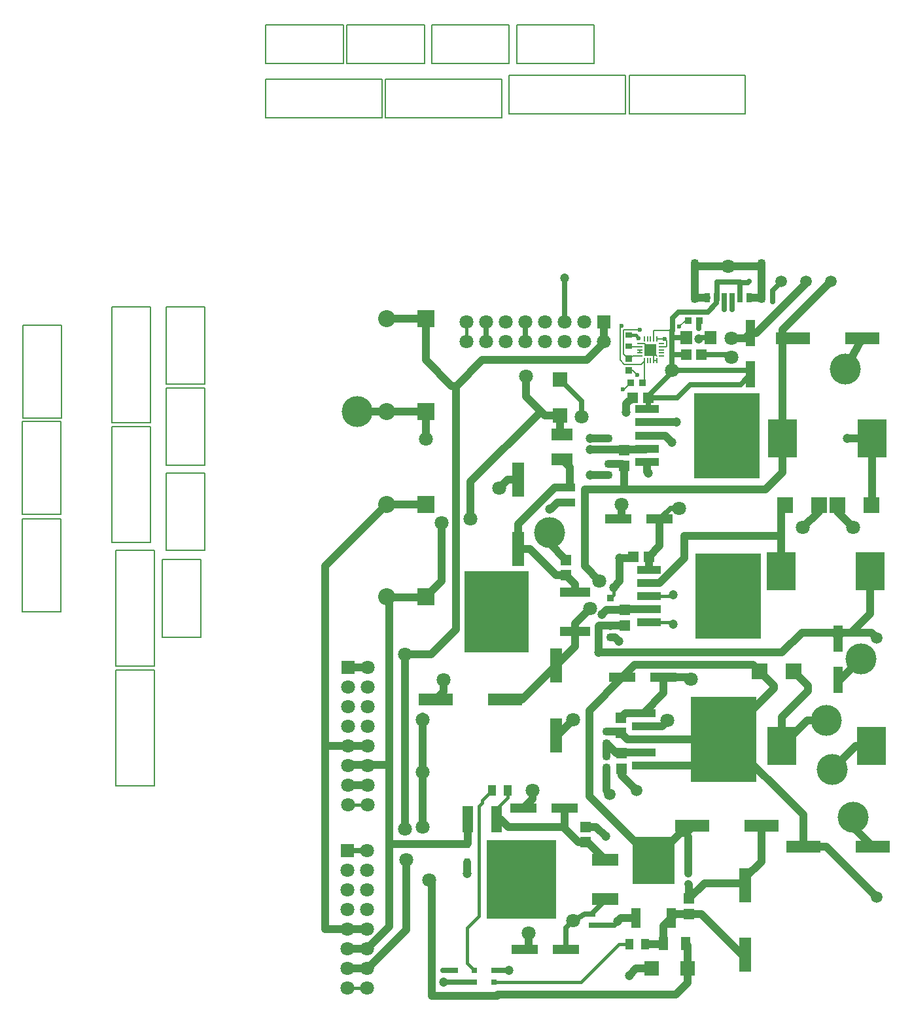
<source format=gbr>
%TF.GenerationSoftware,KiCad,Pcbnew,9.0.6*%
%TF.CreationDate,2026-01-11T21:04:53+09:00*%
%TF.ProjectId,zudo-pd,7a75646f-2d70-4642-9e6b-696361645f70,rev?*%
%TF.SameCoordinates,Original*%
%TF.FileFunction,Copper,L1,Top*%
%TF.FilePolarity,Positive*%
%FSLAX46Y46*%
G04 Gerber Fmt 4.6, Leading zero omitted, Abs format (unit mm)*
G04 Created by KiCad (PCBNEW 9.0.6) date 2026-01-11 21:04:53*
%MOMM*%
%LPD*%
G01*
G04 APERTURE LIST*
%TA.AperFunction,NonConductor*%
%ADD10C,0.200000*%
%TD*%
%TA.AperFunction,ComponentPad*%
%ADD11C,1.800000*%
%TD*%
%TA.AperFunction,ComponentPad*%
%ADD12R,1.780000X1.800000*%
%TD*%
%TA.AperFunction,ComponentPad*%
%ADD13R,1.800000X1.780000*%
%TD*%
%TA.AperFunction,SMDPad,CuDef*%
%ADD14R,8.500000X11.000000*%
%TD*%
%TA.AperFunction,SMDPad,CuDef*%
%ADD15R,3.080000X1.020000*%
%TD*%
%TA.AperFunction,SMDPad,CuDef*%
%ADD16R,3.500000X1.200000*%
%TD*%
%TA.AperFunction,SMDPad,CuDef*%
%ADD17R,0.860000X0.810000*%
%TD*%
%TA.AperFunction,SMDPad,CuDef*%
%ADD18R,0.800000X1.200000*%
%TD*%
%TA.AperFunction,SMDPad,CuDef*%
%ADD19R,0.700000X1.200000*%
%TD*%
%TA.AperFunction,ComponentPad*%
%ADD20O,1.100000X1.900000*%
%TD*%
%TA.AperFunction,SMDPad,CuDef*%
%ADD21R,1.200000X3.500000*%
%TD*%
%TA.AperFunction,SMDPad,CuDef*%
%ADD22R,0.200000X0.660000*%
%TD*%
%TA.AperFunction,SMDPad,CuDef*%
%ADD23R,0.660000X0.200000*%
%TD*%
%TA.AperFunction,SMDPad,CuDef*%
%ADD24R,1.650000X1.650000*%
%TD*%
%TA.AperFunction,SMDPad,CuDef*%
%ADD25R,1.490000X1.730000*%
%TD*%
%TA.AperFunction,SMDPad,CuDef*%
%ADD26C,1.500000*%
%TD*%
%TA.AperFunction,SMDPad,CuDef*%
%ADD27R,1.410000X1.350000*%
%TD*%
%TA.AperFunction,SMDPad,CuDef*%
%ADD28R,0.810000X0.860000*%
%TD*%
%TA.AperFunction,SMDPad,CuDef*%
%ADD29R,4.500000X1.650000*%
%TD*%
%TA.AperFunction,SMDPad,CuDef*%
%ADD30R,0.900000X0.800000*%
%TD*%
%TA.AperFunction,SMDPad,CuDef*%
%ADD31R,2.000000X2.000000*%
%TD*%
%TA.AperFunction,SMDPad,CuDef*%
%ADD32R,1.350000X1.410000*%
%TD*%
%TA.AperFunction,ComponentPad*%
%ADD33R,2.200000X2.200000*%
%TD*%
%TA.AperFunction,ComponentPad*%
%ADD34C,2.200000*%
%TD*%
%TA.AperFunction,SMDPad,CuDef*%
%ADD35R,3.730000X5.000000*%
%TD*%
%TA.AperFunction,SMDPad,CuDef*%
%ADD36R,4.000000X1.300000*%
%TD*%
%TA.AperFunction,SMDPad,CuDef*%
%ADD37R,8.400000X10.570000*%
%TD*%
%TA.AperFunction,SMDPad,CuDef*%
%ADD38R,1.900000X1.900000*%
%TD*%
%TA.AperFunction,SMDPad,CuDef*%
%ADD39R,0.800000X0.800000*%
%TD*%
%TA.AperFunction,SMDPad,CuDef*%
%ADD40R,1.190000X1.730000*%
%TD*%
%TA.AperFunction,SMDPad,CuDef*%
%ADD41R,1.130000X1.380000*%
%TD*%
%TA.AperFunction,SMDPad,CuDef*%
%ADD42R,2.780000X1.490000*%
%TD*%
%TA.AperFunction,SMDPad,CuDef*%
%ADD43R,0.800000X1.000000*%
%TD*%
%TA.AperFunction,SMDPad,CuDef*%
%ADD44R,1.650000X4.500000*%
%TD*%
%TA.AperFunction,SMDPad,CuDef*%
%ADD45R,1.410000X3.500000*%
%TD*%
%TA.AperFunction,SMDPad,CuDef*%
%ADD46R,1.380000X1.130000*%
%TD*%
%TA.AperFunction,SMDPad,CuDef*%
%ADD47R,3.500000X1.600000*%
%TD*%
%TA.AperFunction,SMDPad,CuDef*%
%ADD48R,9.000000X10.200000*%
%TD*%
%TA.AperFunction,SMDPad,CuDef*%
%ADD49R,1.270000X2.540000*%
%TD*%
%TA.AperFunction,SMDPad,CuDef*%
%ADD50R,5.400000X6.100000*%
%TD*%
%TA.AperFunction,ViaPad*%
%ADD51C,1.200000*%
%TD*%
%TA.AperFunction,ViaPad*%
%ADD52C,1.800000*%
%TD*%
%TA.AperFunction,ViaPad*%
%ADD53C,4.000000*%
%TD*%
%TA.AperFunction,ViaPad*%
%ADD54C,0.600000*%
%TD*%
%TA.AperFunction,ViaPad*%
%ADD55C,1.500000*%
%TD*%
%TA.AperFunction,Conductor*%
%ADD56C,0.700000*%
%TD*%
%TA.AperFunction,Conductor*%
%ADD57C,1.000000*%
%TD*%
%TA.AperFunction,Conductor*%
%ADD58C,0.130000*%
%TD*%
%TA.AperFunction,Conductor*%
%ADD59C,0.400000*%
%TD*%
G04 APERTURE END LIST*
D10*
X-37000000Y-35900000D02*
X-32000000Y-35900000D01*
X-32000000Y-47900000D01*
X-37000000Y-47900000D01*
X-37000000Y-35900000D01*
X-37000000Y-23300000D02*
X-32000000Y-23300000D01*
X-32000000Y-35300000D01*
X-37000000Y-35300000D01*
X-37000000Y-23300000D01*
X-36950000Y-10850000D02*
X-31950000Y-10850000D01*
X-31950000Y-22850000D01*
X-36950000Y-22850000D01*
X-36950000Y-10850000D01*
X-25410000Y-8480000D02*
X-20410000Y-8480000D01*
X-20410000Y-23480000D01*
X-25410000Y-23480000D01*
X-25410000Y-8480000D01*
X-18910000Y-41180000D02*
X-13910000Y-41180000D01*
X-13910000Y-51180000D01*
X-18910000Y-51180000D01*
X-18910000Y-41180000D01*
X-25410000Y-23980000D02*
X-20410000Y-23980000D01*
X-20410000Y-38980000D01*
X-25410000Y-38980000D01*
X-25410000Y-23980000D01*
X-24910000Y-39980000D02*
X-19910000Y-39980000D01*
X-19910000Y-54980000D01*
X-24910000Y-54980000D01*
X-24910000Y-39980000D01*
X-18410000Y-29980000D02*
X-13410000Y-29980000D01*
X-13410000Y-39980000D01*
X-18410000Y-39980000D01*
X-18410000Y-29980000D01*
X-18410000Y-18980000D02*
X-13410000Y-18980000D01*
X-13410000Y-28980000D01*
X-18410000Y-28980000D01*
X-18410000Y-18980000D01*
X-24910000Y-55480000D02*
X-19910000Y-55480000D01*
X-19910000Y-70480000D01*
X-24910000Y-70480000D01*
X-24910000Y-55480000D01*
X-18410000Y-8480000D02*
X-13410000Y-8480000D01*
X-13410000Y-18480000D01*
X-18410000Y-18480000D01*
X-18410000Y-8480000D01*
X27000000Y28000000D02*
X37000000Y28000000D01*
X37000000Y23000000D01*
X27000000Y23000000D01*
X27000000Y28000000D01*
X16000000Y28000000D02*
X26000000Y28000000D01*
X26000000Y23000000D01*
X16000000Y23000000D01*
X16000000Y28000000D01*
X5000000Y28000000D02*
X15000000Y28000000D01*
X15000000Y23000000D01*
X5000000Y23000000D01*
X5000000Y28000000D01*
X-5500000Y28000000D02*
X4500000Y28000000D01*
X4500000Y23000000D01*
X-5500000Y23000000D01*
X-5500000Y28000000D01*
X26000000Y21500000D02*
X41000000Y21500000D01*
X41000000Y16500000D01*
X26000000Y16500000D01*
X26000000Y21500000D01*
X41500000Y21500000D02*
X56500000Y21500000D01*
X56500000Y16500000D01*
X41500000Y16500000D01*
X41500000Y21500000D01*
X10000000Y21000000D02*
X25000000Y21000000D01*
X25000000Y16000000D01*
X10000000Y16000000D01*
X10000000Y21000000D01*
X-5500000Y21000000D02*
X9500000Y21000000D01*
X9500000Y16000000D01*
X-5500000Y16000000D01*
X-5500000Y21000000D01*
D11*
%TO.P,J4,16,16*%
%TO.N,GATE rail*%
X20460000Y-12980000D03*
%TO.P,J4,15,15*%
X20460000Y-10440000D03*
%TO.P,J4,14,14*%
%TO.N,CV rail*%
X23000000Y-12980000D03*
%TO.P,J4,13,13*%
X23000000Y-10440000D03*
%TO.P,J4,12,12*%
%TO.N,+5V rail*%
X25540000Y-12980000D03*
%TO.P,J4,11,11*%
X25540000Y-10440000D03*
%TO.P,J4,10,10*%
%TO.N,+12V rail*%
X28080000Y-12980000D03*
%TO.P,J4,9,9*%
X28080000Y-10440000D03*
%TO.P,J4,8,8*%
%TO.N,GND*%
X30620000Y-12980000D03*
%TO.P,J4,7,7*%
X30620000Y-10440000D03*
%TO.P,J4,6,6*%
X33160000Y-12980000D03*
%TO.P,J4,5,5*%
X33160000Y-10440000D03*
%TO.P,J4,4,4*%
X35700000Y-12980000D03*
%TO.P,J4,3,3*%
X35700000Y-10440000D03*
%TO.P,J4,2,2*%
%TO.N,-12V rail*%
X38240000Y-12980000D03*
D12*
%TO.P,J4,1,1*%
X38240000Y-10440000D03*
%TD*%
D13*
%TO.P,J3,1,1*%
%TO.N,-12V rail*%
X5130000Y-55110000D03*
D11*
%TO.P,J3,2,2*%
X7670000Y-55110000D03*
%TO.P,J3,3,3*%
%TO.N,GND*%
X5130000Y-57650000D03*
%TO.P,J3,4,4*%
X7670000Y-57650000D03*
%TO.P,J3,5,5*%
X5130000Y-60190000D03*
%TO.P,J3,6,6*%
X7670000Y-60190000D03*
%TO.P,J3,7,7*%
X5130000Y-62730000D03*
%TO.P,J3,8,8*%
X7670000Y-62730000D03*
%TO.P,J3,9,9*%
%TO.N,+12V rail*%
X5130000Y-65270000D03*
%TO.P,J3,10,10*%
X7670000Y-65270000D03*
%TO.P,J3,11,11*%
%TO.N,+5V rail*%
X5130000Y-67810000D03*
%TO.P,J3,12,12*%
X7670000Y-67810000D03*
%TO.P,J3,13,13*%
%TO.N,CV rail*%
X5130000Y-70350000D03*
%TO.P,J3,14,14*%
X7670000Y-70350000D03*
%TO.P,J3,15,15*%
%TO.N,GATE rail*%
X5130000Y-72890000D03*
%TO.P,J3,16,16*%
X7670000Y-72890000D03*
%TD*%
D13*
%TO.P,J2,1,1*%
%TO.N,-12V rail*%
X5020000Y-78860000D03*
D11*
%TO.P,J2,2,2*%
X7560000Y-78860000D03*
%TO.P,J2,3,3*%
%TO.N,GND*%
X5020000Y-81400000D03*
%TO.P,J2,4,4*%
X7560000Y-81400000D03*
%TO.P,J2,5,5*%
X5020000Y-83940000D03*
%TO.P,J2,6,6*%
X7560000Y-83940000D03*
%TO.P,J2,7,7*%
X5020000Y-86480000D03*
%TO.P,J2,8,8*%
X7560000Y-86480000D03*
%TO.P,J2,9,9*%
%TO.N,+12V rail*%
X5020000Y-89020000D03*
%TO.P,J2,10,10*%
X7560000Y-89020000D03*
%TO.P,J2,11,11*%
%TO.N,+5V rail*%
X5020000Y-91560000D03*
%TO.P,J2,12,12*%
X7560000Y-91560000D03*
%TO.P,J2,13,13*%
%TO.N,CV rail*%
X5020000Y-94100000D03*
%TO.P,J2,14,14*%
X7560000Y-94100000D03*
%TO.P,J2,15,15*%
%TO.N,GATE rail*%
X5020000Y-96640000D03*
%TO.P,J2,16,16*%
X7560000Y-96640000D03*
%TD*%
D14*
%TO.P,U4,6,TAB*%
%TO.N,/DC-DC Conversion/-13.5V OUT*%
X53720000Y-64402500D03*
D15*
%TO.P,U4,5,~{ON}/OFF*%
X43400000Y-67802500D03*
%TO.P,U4,4,Feedback*%
%TO.N,Net-(U4-Feedback)*%
X43400000Y-66102500D03*
%TO.P,U4,3,Gnd*%
%TO.N,/DC-DC Conversion/-13.5V OUT*%
X43400000Y-64402500D03*
%TO.P,U4,2,Output*%
%TO.N,Net-(D3-K)*%
X43400000Y-62702500D03*
%TO.P,U4,1,Vin*%
%TO.N,+15V -> +13.5V gen*%
X43400000Y-61002500D03*
%TD*%
D16*
%TO.P,C9,2,2*%
%TO.N,/DC-DC Conversion/-13.5V OUT*%
X40620000Y-56402500D03*
%TO.P,C9,1,1*%
%TO.N,+15V -> +13.5V gen*%
X45960000Y-56402500D03*
%TD*%
D17*
%TO.P,R13,2,2*%
%TO.N,Net-(J1-CC1)*%
X41450000Y-15190000D03*
%TO.P,R13,1,1*%
%TO.N,GND*%
X41450000Y-16690000D03*
%TD*%
D18*
%TO.P,J1,B12,GND*%
%TO.N,GND*%
X57020000Y-7260000D03*
D19*
%TO.P,J1,B9,VBUS*%
%TO.N,+15V -> +13.5V gen*%
X55820000Y-7260000D03*
%TO.P,J1,A5,CC1*%
%TO.N,Net-(J1-CC1)*%
X54820000Y-7260000D03*
%TO.P,J1,B5,CC2*%
%TO.N,Net-(J1-CC2)*%
X53820000Y-7260000D03*
%TO.P,J1,A9,VBUS*%
%TO.N,+15V -> +13.5V gen*%
X52820000Y-7260000D03*
D18*
%TO.P,J1,A12,GND*%
%TO.N,GND*%
X51620000Y-7260000D03*
D20*
%TO.P,J1,7,EH*%
X50000000Y-3200000D03*
X58640000Y-3200000D03*
X50000000Y-7010000D03*
X58640000Y-7010000D03*
%TD*%
D21*
%TO.P,C5,1,1*%
%TO.N,+15V -> +13.5V gen*%
X57220000Y-17170000D03*
%TO.P,C5,2,2*%
%TO.N,GND*%
X57220000Y-11830000D03*
%TD*%
D22*
%TO.P,U1,1,DRV*%
%TO.N,Net-(U1-CFG1)*%
X45080000Y-12622500D03*
%TO.P,U1,2,VBUS*%
%TO.N,+15V -> +13.5V gen*%
X44680000Y-12622500D03*
%TO.P,U1,3,NC*%
%TO.N,unconnected-(U1-NC-Pad3)*%
X44280000Y-12622500D03*
%TO.P,U1,4,NC*%
%TO.N,unconnected-(U1-NC-Pad4)*%
X43880000Y-12622500D03*
%TO.P,U1,5,GATE*%
%TO.N,unconnected-(U1-GATE-Pad5)*%
X43480000Y-12622500D03*
D23*
%TO.P,U1,6,~{NMOS}*%
%TO.N,GND*%
X42870000Y-13232500D03*
%TO.P,U1,7,VDD*%
%TO.N,Net-(U1-VDD)*%
X42870000Y-13632500D03*
%TO.P,U1,8,DP*%
%TO.N,Net-(U1-DM)*%
X42870000Y-14032500D03*
%TO.P,U1,9,DM*%
X42870000Y-14432500D03*
%TO.P,U1,10,CC1*%
%TO.N,Net-(J1-CC1)*%
X42870000Y-14832500D03*
D22*
%TO.P,U1,11,CC2*%
%TO.N,Net-(J1-CC2)*%
X43480000Y-15442500D03*
%TO.P,U1,12,CFG3*%
%TO.N,unconnected-(U1-CFG3-Pad12)*%
X43880000Y-15442500D03*
%TO.P,U1,13,CFG2*%
%TO.N,unconnected-(U1-CFG2-Pad13)*%
X44280000Y-15442500D03*
%TO.P,U1,14,ISP*%
%TO.N,GND*%
X44680000Y-15442500D03*
%TO.P,U1,15,ISN*%
X45080000Y-15442500D03*
D23*
%TO.P,U1,16,NC*%
%TO.N,unconnected-(U1-NC-Pad16)*%
X45690000Y-14832500D03*
%TO.P,U1,17,NC*%
%TO.N,unconnected-(U1-NC-Pad17)*%
X45690000Y-14432500D03*
%TO.P,U1,18,NC*%
%TO.N,unconnected-(U1-NC-Pad18)*%
X45690000Y-14032500D03*
%TO.P,U1,19,CFG1*%
%TO.N,Net-(U1-CFG1)*%
X45690000Y-13632500D03*
%TO.P,U1,20,NC*%
%TO.N,unconnected-(U1-NC-Pad20)*%
X45690000Y-13232500D03*
D24*
%TO.P,U1,21,GND*%
%TO.N,GND*%
X44280000Y-14032500D03*
%TD*%
D25*
%TO.P,C1,1,1*%
%TO.N,GND*%
X52060000Y-12432500D03*
%TO.P,C1,2,2*%
%TO.N,+15V -> +13.5V gen*%
X48880000Y-12432500D03*
%TD*%
D26*
%TO.P,TP2,1,1*%
%TO.N,GND*%
X64400000Y-5200000D03*
%TD*%
D27*
%TO.P,C2,1,1*%
%TO.N,GND*%
X50880000Y-14632500D03*
%TO.P,C2,2,2*%
%TO.N,+15V -> +13.5V gen*%
X48880000Y-14632500D03*
%TD*%
D28*
%TO.P,R11,1,1*%
%TO.N,Net-(U1-CFG1)*%
X49130000Y-10202500D03*
%TO.P,R11,2,2*%
%TO.N,GND*%
X50630000Y-10202500D03*
%TD*%
D29*
%TO.P,C3,1,1*%
%TO.N,/DC-DC Conversion/+13.5V OUT*%
X62720000Y-12500000D03*
%TO.P,C3,2,2*%
%TO.N,GND*%
X71720000Y-12500000D03*
%TD*%
D26*
%TO.P,TP3,1,1*%
%TO.N,/DC-DC Conversion/+13.5V OUT*%
X67600000Y-5200000D03*
%TD*%
%TO.P,TP1,1,1*%
%TO.N,+15V -> +13.5V gen*%
X61200000Y-5200000D03*
%TD*%
D30*
%TO.P,C30,2,2*%
%TO.N,GND*%
X41480000Y-12132500D03*
%TO.P,C30,1,1*%
%TO.N,Net-(U1-VDD)*%
X41480000Y-13532500D03*
%TD*%
D31*
%TO.P,D1,2,A*%
%TO.N,GND*%
X68460000Y-34102500D03*
%TO.P,D1,1,K*%
%TO.N,Net-(D1-K)*%
X72860000Y-34102500D03*
%TD*%
D27*
%TO.P,C6,1,1*%
%TO.N,+15V -> +13.5V gen*%
X43960000Y-20202500D03*
%TO.P,C6,2,2*%
%TO.N,GND*%
X41960000Y-20202500D03*
%TD*%
D32*
%TO.P,C19,1,1*%
%TO.N,Net-(U8-OUT)*%
X49240000Y-87042500D03*
%TO.P,C19,2,2*%
%TO.N,Net-(C16-Pad2)*%
X49240000Y-85042500D03*
%TD*%
D33*
%TO.P,J7,1,1*%
%TO.N,+12V rail*%
X15240000Y-34000000D03*
D34*
%TO.P,J7,2,2*%
X10160000Y-34000000D03*
%TD*%
%TO.P,J9,2,2*%
%TO.N,GND*%
X10160000Y-22000000D03*
D33*
%TO.P,J9,1,1*%
X15240000Y-22000000D03*
%TD*%
D32*
%TO.P,C32,1*%
%TO.N,Net-(U3-Feedback)*%
X40960000Y-47702500D03*
%TO.P,C32,2*%
%TO.N,/DC-DC Conversion/+7.5V OUT*%
X40960000Y-49702500D03*
%TD*%
D35*
%TO.P,L2,1,1*%
%TO.N,Net-(D2-K)*%
X61190000Y-42702500D03*
%TO.P,L2,2,2*%
%TO.N,/DC-DC Conversion/+7.5V OUT*%
X72730000Y-42702500D03*
%TD*%
D36*
%TO.P,U6,1,IN*%
%TO.N,/DC-DC Conversion/+13.5V OUT*%
X34550000Y-50442500D03*
%TO.P,U6,3,OUT*%
%TO.N,Net-(U6-OUT)*%
X34550000Y-45362500D03*
D37*
%TO.P,U6,4,GND*%
%TO.N,GND*%
X24370000Y-47902500D03*
%TD*%
D38*
%TO.P,TVS3,1,C*%
%TO.N,GND*%
X44430000Y-94102500D03*
%TO.P,TVS3,2,A*%
%TO.N,-12V rail*%
X49090000Y-94102500D03*
%TD*%
D30*
%TO.P,C16,1,1*%
%TO.N,/DC-DC Conversion/-13.5V OUT*%
X49140000Y-81750000D03*
%TO.P,C16,2,2*%
%TO.N,Net-(C16-Pad2)*%
X49140000Y-83150000D03*
%TD*%
D39*
%TO.P,LED2,1,C*%
%TO.N,GND*%
X19000000Y-95802500D03*
%TO.P,LED2,2,A*%
%TO.N,Net-(LED2-A)*%
X19000000Y-94302500D03*
%TD*%
D15*
%TO.P,U3,1,Vin*%
%TO.N,+15V -> +13.5V gen*%
X44040000Y-42502500D03*
%TO.P,U3,2,Output*%
%TO.N,Net-(D2-K)*%
X44040000Y-44202500D03*
%TO.P,U3,3,Gnd*%
%TO.N,GND*%
X44040000Y-45902500D03*
%TO.P,U3,4,Feedback*%
%TO.N,Net-(U3-Feedback)*%
X44040000Y-47602500D03*
%TO.P,U3,5,~{ON}/OFF*%
%TO.N,GND*%
X44040000Y-49302500D03*
D14*
%TO.P,U3,6,TAB*%
X54360000Y-45902500D03*
%TD*%
D40*
%TO.P,PTC3,1,1*%
%TO.N,Net-(U8-OUT)*%
X45910000Y-90802500D03*
%TO.P,PTC3,2,2*%
%TO.N,-12V rail*%
X48810000Y-90802500D03*
%TD*%
D41*
%TO.P,R9,1,1*%
%TO.N,Net-(U8-OUT)*%
X43560000Y-90902500D03*
%TO.P,R9,2,2*%
%TO.N,Net-(LED4-C)*%
X41560000Y-90902500D03*
%TD*%
D35*
%TO.P,L3,1,1*%
%TO.N,Net-(D3-K)*%
X61290000Y-65302500D03*
%TO.P,L3,2,2*%
%TO.N,GND*%
X72830000Y-65302500D03*
%TD*%
D32*
%TO.P,C17,1,1*%
%TO.N,GND*%
X33350000Y-41202500D03*
%TO.P,C17,2,2*%
%TO.N,Net-(U6-OUT)*%
X33350000Y-43202500D03*
%TD*%
D42*
%TO.P,PTC1,1,1*%
%TO.N,Net-(U6-OUT)*%
X32800000Y-28200000D03*
%TO.P,PTC1,2,2*%
%TO.N,+12V rail*%
X32800000Y-25000000D03*
%TD*%
D16*
%TO.P,C23,1,1*%
%TO.N,Net-(U7-OUT)*%
X33170000Y-73342500D03*
%TO.P,C23,2,2*%
%TO.N,GND*%
X27830000Y-73342500D03*
%TD*%
D43*
%TO.P,TVS2,1,A*%
%TO.N,GND*%
X20570000Y-80342500D03*
%TO.P,TVS2,2,K*%
%TO.N,+5V rail*%
X20570000Y-77942500D03*
%TD*%
D44*
%TO.P,C20,1,1*%
%TO.N,/DC-DC Conversion/+13.5V OUT*%
X32050000Y-54902500D03*
%TO.P,C20,2,2*%
%TO.N,GND*%
X32050000Y-63902500D03*
%TD*%
D17*
%TO.P,R1,1,1*%
%TO.N,Net-(U2-Feedback)*%
X38860000Y-30252500D03*
%TO.P,R1,2,2*%
%TO.N,/DC-DC Conversion/+13.5V OUT*%
X38860000Y-28752500D03*
%TD*%
D45*
%TO.P,PTC2,1,1*%
%TO.N,Net-(U7-OUT)*%
X24320000Y-74742500D03*
%TO.P,PTC2,2,2*%
%TO.N,+5V rail*%
X20620000Y-74742500D03*
%TD*%
D29*
%TO.P,C14,1,1*%
%TO.N,/DC-DC Conversion/+13.5V OUT*%
X25450000Y-59302500D03*
%TO.P,C14,2,2*%
%TO.N,GND*%
X16450000Y-59302500D03*
%TD*%
D26*
%TO.P,TP5,1,1*%
%TO.N,/DC-DC Conversion/-13.5V OUT*%
X73560000Y-84802500D03*
%TD*%
D16*
%TO.P,C7,1,1*%
%TO.N,+15V -> +13.5V gen*%
X45460000Y-35902500D03*
%TO.P,C7,2,2*%
%TO.N,GND*%
X40120000Y-35902500D03*
%TD*%
D32*
%TO.P,C33,1*%
%TO.N,GND*%
X40560000Y-68202500D03*
%TO.P,C33,2*%
%TO.N,Net-(U4-Feedback)*%
X40560000Y-66202500D03*
%TD*%
D17*
%TO.P,R2,1,1*%
%TO.N,GND*%
X38860000Y-25452500D03*
%TO.P,R2,2,2*%
%TO.N,Net-(U2-Feedback)*%
X38860000Y-26952500D03*
%TD*%
D46*
%TO.P,R7,1,1*%
%TO.N,Net-(U6-OUT)*%
X33800000Y-31800000D03*
%TO.P,R7,2,2*%
%TO.N,Net-(LED2-A)*%
X33800000Y-33800000D03*
%TD*%
D15*
%TO.P,U2,1,Vin*%
%TO.N,+15V -> +13.5V gen*%
X43840000Y-21702500D03*
%TO.P,U2,2,Output*%
%TO.N,Net-(D1-K)*%
X43840000Y-23402500D03*
%TO.P,U2,3,Gnd*%
%TO.N,GND*%
X43840000Y-25102500D03*
%TO.P,U2,4,Feedback*%
%TO.N,Net-(U2-Feedback)*%
X43840000Y-26802500D03*
%TO.P,U2,5,~{ON}/OFF*%
%TO.N,GND*%
X43840000Y-28502500D03*
D14*
%TO.P,U2,6,TAB*%
X54160000Y-25102500D03*
%TD*%
D17*
%TO.P,R3,1,1*%
%TO.N,/DC-DC Conversion/+7.5V OUT*%
X39060000Y-49752500D03*
%TO.P,R3,2,2*%
%TO.N,Net-(U3-Feedback)*%
X39060000Y-51252500D03*
%TD*%
D41*
%TO.P,R8,1,1*%
%TO.N,Net-(U7-OUT)*%
X25750000Y-71000000D03*
%TO.P,R8,2,2*%
%TO.N,Net-(LED3-A)*%
X23750000Y-71000000D03*
%TD*%
D16*
%TO.P,C22,1,1*%
%TO.N,/DC-DC Conversion/+7.5V OUT*%
X33340000Y-91642500D03*
%TO.P,C22,2,2*%
%TO.N,GND*%
X28000000Y-91642500D03*
%TD*%
D27*
%TO.P,C8,1,1*%
%TO.N,+15V -> +13.5V gen*%
X44060000Y-40802500D03*
%TO.P,C8,2,2*%
%TO.N,GND*%
X42060000Y-40802500D03*
%TD*%
D32*
%TO.P,C31,1*%
%TO.N,Net-(U2-Feedback)*%
X40860000Y-27002500D03*
%TO.P,C31,2*%
%TO.N,/DC-DC Conversion/+13.5V OUT*%
X40860000Y-29002500D03*
%TD*%
%TO.P,C18,1,1*%
%TO.N,Net-(U7-OUT)*%
X35870000Y-77742500D03*
%TO.P,C18,2,2*%
%TO.N,GND*%
X35870000Y-75742500D03*
%TD*%
D39*
%TO.P,LED4,1,C*%
%TO.N,Net-(LED4-C)*%
X24000000Y-95802500D03*
%TO.P,LED4,2,A*%
%TO.N,GND*%
X24000000Y-94302500D03*
%TD*%
D17*
%TO.P,R4,1,1*%
%TO.N,Net-(U3-Feedback)*%
X39060000Y-47652500D03*
%TO.P,R4,2,2*%
%TO.N,GND*%
X39060000Y-46152500D03*
%TD*%
D29*
%TO.P,C11,1,1*%
%TO.N,GND*%
X73060000Y-78302500D03*
%TO.P,C11,2,2*%
%TO.N,/DC-DC Conversion/-13.5V OUT*%
X64060000Y-78302500D03*
%TD*%
%TO.P,C24,1,1*%
%TO.N,Net-(C16-Pad2)*%
X58640000Y-75600000D03*
%TO.P,C24,2,2*%
%TO.N,/DC-DC Conversion/-13.5V OUT*%
X49640000Y-75600000D03*
%TD*%
D47*
%TO.P,U7,1,IN*%
%TO.N,/DC-DC Conversion/+7.5V OUT*%
X38370000Y-85082500D03*
D48*
%TO.P,U7,2,GND*%
%TO.N,GND*%
X27570000Y-82542500D03*
D47*
%TO.P,U7,3,OUT*%
%TO.N,Net-(U7-OUT)*%
X38370000Y-80002500D03*
%TD*%
D44*
%TO.P,C21,1,1*%
%TO.N,Net-(U6-OUT)*%
X27150000Y-39802500D03*
%TO.P,C21,2,2*%
%TO.N,GND*%
X27150000Y-30802500D03*
%TD*%
D34*
%TO.P,J8,2,2*%
%TO.N,+5V rail*%
X10160000Y-46000000D03*
D33*
%TO.P,J8,1,1*%
X15240000Y-46000000D03*
%TD*%
D17*
%TO.P,R6,1,1*%
%TO.N,Net-(U4-Feedback)*%
X38560000Y-64902500D03*
%TO.P,R6,2,2*%
%TO.N,/DC-DC Conversion/-13.5V OUT*%
X38560000Y-63402500D03*
%TD*%
D31*
%TO.P,D3,1,K*%
%TO.N,Net-(D3-K)*%
X62760000Y-55602500D03*
%TO.P,D3,2,A*%
%TO.N,/DC-DC Conversion/-13.5V OUT*%
X58360000Y-55602500D03*
%TD*%
D34*
%TO.P,J6,2,2*%
%TO.N,-12V rail*%
X10160000Y-10000000D03*
D33*
%TO.P,J6,1,1*%
X15240000Y-10000000D03*
%TD*%
D35*
%TO.P,L1,1,1*%
%TO.N,Net-(D1-K)*%
X72930000Y-25502500D03*
%TO.P,L1,2,2*%
%TO.N,/DC-DC Conversion/+13.5V OUT*%
X61390000Y-25502500D03*
%TD*%
D49*
%TO.P,U8,1,GND*%
%TO.N,GND*%
X42360000Y-87552500D03*
D50*
%TO.P,U8,2,VIN*%
%TO.N,/DC-DC Conversion/-13.5V OUT*%
X44650000Y-80052500D03*
D49*
%TO.P,U8,3,OUT*%
%TO.N,Net-(U8-OUT)*%
X46940000Y-87542500D03*
%TD*%
D17*
%TO.P,R5,1,1*%
%TO.N,Net-(U4-Feedback)*%
X38560000Y-66602500D03*
%TO.P,R5,2,2*%
%TO.N,GND*%
X38560000Y-68102500D03*
%TD*%
D32*
%TO.P,C10,1,1*%
%TO.N,+15V -> +13.5V gen*%
X40460000Y-61602500D03*
%TO.P,C10,2,2*%
%TO.N,/DC-DC Conversion/-13.5V OUT*%
X40460000Y-63602500D03*
%TD*%
D30*
%TO.P,C15,2,2*%
%TO.N,GND*%
X36750000Y-88450000D03*
%TO.P,C15,1,1*%
%TO.N,/DC-DC Conversion/+7.5V OUT*%
X36750000Y-87050000D03*
%TD*%
D26*
%TO.P,TP4,1,1*%
%TO.N,/DC-DC Conversion/+7.5V OUT*%
X73560000Y-51302500D03*
%TD*%
D39*
%TO.P,LED3,1,C*%
%TO.N,GND*%
X21500000Y-95802500D03*
%TO.P,LED3,2,A*%
%TO.N,Net-(LED3-A)*%
X21500000Y-94302500D03*
%TD*%
D21*
%TO.P,C4,1,1*%
%TO.N,/DC-DC Conversion/+7.5V OUT*%
X68560000Y-51382500D03*
%TO.P,C4,2,2*%
%TO.N,GND*%
X68560000Y-56722500D03*
%TD*%
D44*
%TO.P,C25,1,1*%
%TO.N,Net-(C16-Pad2)*%
X56560000Y-83302500D03*
%TO.P,C25,2,2*%
%TO.N,Net-(U8-OUT)*%
X56560000Y-92302500D03*
%TD*%
D31*
%TO.P,D2,1,K*%
%TO.N,Net-(D2-K)*%
X61660000Y-34102500D03*
%TO.P,D2,2,A*%
%TO.N,GND*%
X66060000Y-34102500D03*
%TD*%
D38*
%TO.P,TVS1,1,C*%
%TO.N,+12V rail*%
X32600000Y-22530000D03*
%TO.P,TVS1,2,A*%
%TO.N,GND*%
X32600000Y-17870000D03*
%TD*%
D28*
%TO.P,R12,1,1*%
%TO.N,GND*%
X41720000Y-18290000D03*
%TO.P,R12,2,2*%
%TO.N,Net-(J1-CC2)*%
X43220000Y-18290000D03*
%TD*%
D51*
%TO.N,GND*%
X33150000Y-4750000D03*
X50550000Y-12650000D03*
D52*
X24675000Y-31925000D03*
%TO.N,+12V rail*%
X21000000Y-35900000D03*
X28200000Y-17400000D03*
%TO.N,GND*%
X15240000Y-25550000D03*
%TO.N,+5V rail*%
X17250000Y-36400000D03*
D53*
%TO.N,GND*%
X6350000Y-22000000D03*
D54*
X42530000Y-17230000D03*
D52*
X35380000Y-22670000D03*
D54*
X40670000Y-19120000D03*
%TO.N,Net-(J1-CC2)*%
X40550000Y-10920000D03*
%TO.N,Net-(J1-CC1)*%
X42880000Y-11432500D03*
X54820000Y-8810000D03*
%TO.N,Net-(J1-CC2)*%
X53820000Y-8800000D03*
%TO.N,+15V -> +13.5V gen*%
X60050000Y-7810000D03*
X57040000Y-5140000D03*
%TO.N,Net-(U1-CFG1)*%
X48010000Y-11020000D03*
%TO.N,GND*%
X50500000Y-11260000D03*
D51*
%TO.N,Net-(LED2-A)*%
X31200000Y-34600000D03*
D52*
%TO.N,GND*%
X54720000Y-15000000D03*
X54290000Y-3250000D03*
%TO.N,+15V -> +13.5V gen*%
X47080000Y-16702500D03*
D54*
%TO.N,Net-(U1-CFG1)*%
X46130000Y-12622500D03*
D52*
%TO.N,GND*%
X54720000Y-12500000D03*
D54*
X42720000Y-12500000D03*
D53*
X69500000Y-16500000D03*
D54*
X43868750Y-13621250D03*
X30200000Y-78200000D03*
X28400000Y-78200000D03*
X26600000Y-78200000D03*
X24800000Y-78200000D03*
X28400000Y-85400000D03*
X26600000Y-85400000D03*
X30200000Y-87000000D03*
X28400000Y-87000000D03*
X26600000Y-87000000D03*
X24800000Y-87000000D03*
X30200000Y-85400000D03*
X24800000Y-85400000D03*
X30200000Y-83600000D03*
X28400000Y-83600000D03*
X26600000Y-83600000D03*
X24800000Y-81800000D03*
X24800000Y-83600000D03*
X30200000Y-80000000D03*
X26600000Y-80000000D03*
X24800000Y-80000000D03*
X30200000Y-81800000D03*
X28400000Y-81800000D03*
X26600000Y-81800000D03*
X28400000Y-80000000D03*
X27200000Y-43600000D03*
X25400000Y-43600000D03*
X23600000Y-43600000D03*
X21800000Y-43600000D03*
X25400000Y-50800000D03*
X23600000Y-50800000D03*
X27200000Y-52400000D03*
X25400000Y-52400000D03*
X23600000Y-52400000D03*
X21800000Y-52400000D03*
X27200000Y-50800000D03*
X21800000Y-50800000D03*
X27200000Y-49000000D03*
X25400000Y-49000000D03*
X23600000Y-49000000D03*
X21800000Y-47200000D03*
X21800000Y-49000000D03*
X27200000Y-45400000D03*
X23600000Y-45400000D03*
X21800000Y-45400000D03*
X27200000Y-47200000D03*
X25400000Y-47200000D03*
X23600000Y-47200000D03*
X25400000Y-45400000D03*
X57000000Y-41400000D03*
X55200000Y-41400000D03*
X53400000Y-41400000D03*
X51600000Y-41400000D03*
X55200000Y-48600000D03*
X53400000Y-48600000D03*
X57000000Y-50200000D03*
X55200000Y-50200000D03*
X53400000Y-50200000D03*
X51600000Y-50200000D03*
X57000000Y-48600000D03*
X51600000Y-48600000D03*
X57000000Y-46800000D03*
X55200000Y-46800000D03*
X53400000Y-46800000D03*
X51600000Y-45000000D03*
X51600000Y-46800000D03*
X57000000Y-43200000D03*
X53400000Y-43200000D03*
X51600000Y-43200000D03*
X57000000Y-45000000D03*
X55200000Y-45000000D03*
X53400000Y-45000000D03*
X55200000Y-43200000D03*
X57000000Y-29600000D03*
X55200000Y-29600000D03*
X53400000Y-29600000D03*
X51600000Y-29600000D03*
X57000000Y-28000000D03*
X55200000Y-28000000D03*
X53400000Y-28000000D03*
X51600000Y-28000000D03*
X57000000Y-26200000D03*
X55200000Y-26200000D03*
X53400000Y-26200000D03*
X51600000Y-26200000D03*
X57000000Y-24400000D03*
X55200000Y-24400000D03*
X53400000Y-24400000D03*
X51600000Y-24400000D03*
X57000000Y-22600000D03*
X55200000Y-22600000D03*
X53400000Y-22600000D03*
X51600000Y-22600000D03*
X57000000Y-20800000D03*
X55200000Y-20800000D03*
X53400000Y-20800000D03*
X51600000Y-20800000D03*
D53*
X67800000Y-68300000D03*
X31200000Y-37700000D03*
D51*
%TO.N,Net-(D1-K)*%
X69750000Y-25500000D03*
%TO.N,GND*%
X41150000Y-22125000D03*
D55*
X39000000Y-71500000D03*
D52*
%TO.N,Net-(D3-K)*%
X46460000Y-62002500D03*
D53*
%TO.N,GND*%
X70500000Y-74500000D03*
D52*
%TO.N,+15V -> +13.5V gen*%
X49500000Y-56602500D03*
X48000000Y-34500000D03*
%TO.N,/DC-DC Conversion/+13.5V OUT*%
X36460000Y-47502500D03*
X37660000Y-43902500D03*
D51*
%TO.N,/DC-DC Conversion/+7.5V OUT*%
X37560000Y-53202500D03*
D52*
X34250000Y-87900000D03*
D51*
%TO.N,Net-(U2-Feedback)*%
X36500000Y-26952500D03*
X36500000Y-30252500D03*
%TO.N,Net-(U3-Feedback)*%
X40210000Y-51750000D03*
X38000000Y-48250000D03*
%TO.N,Net-(D1-K)*%
X47660000Y-23402500D03*
D53*
%TO.N,Net-(D3-K)*%
X67000000Y-62000000D03*
D52*
%TO.N,-12V rail*%
X12460000Y-53402500D03*
X15610000Y-82602500D03*
X12460000Y-76002500D03*
%TO.N,CV rail*%
X14760000Y-61902500D03*
X14760000Y-75802500D03*
X14760000Y-68702500D03*
X12660000Y-80002500D03*
D54*
%TO.N,Net-(LED2-A)*%
X17400000Y-94300000D03*
D52*
%TO.N,GND*%
X28500000Y-89500000D03*
D51*
X40300000Y-40950000D03*
X39500000Y-44750000D03*
D52*
X70500000Y-37000000D03*
D51*
X40000000Y-88000000D03*
X17500000Y-95802500D03*
D53*
X71500000Y-54000000D03*
D51*
X20570000Y-81800000D03*
X47250000Y-45750000D03*
X38500000Y-77000000D03*
D52*
X64000000Y-37000000D03*
D51*
X41500000Y-95000000D03*
X47050000Y-25975000D03*
D52*
X17500000Y-56700000D03*
D51*
X44000000Y-30000000D03*
D52*
X29000000Y-71000000D03*
X34260000Y-61852500D03*
X40500000Y-34000000D03*
D51*
X47250000Y-49500000D03*
D55*
X42500000Y-71000000D03*
D51*
X36500000Y-25452500D03*
X26000000Y-94302500D03*
%TD*%
D56*
%TO.N,/DC-DC Conversion/+7.5V OUT*%
X33340000Y-91642500D02*
X33340000Y-88810000D01*
X33340000Y-88810000D02*
X34250000Y-87900000D01*
X34250000Y-87900000D02*
X35790000Y-87050000D01*
X35790000Y-87050000D02*
X36750000Y-87050000D01*
X38370000Y-85082500D02*
X38370000Y-85280000D01*
X38370000Y-85280000D02*
X36600000Y-87050000D01*
%TO.N,GND*%
X36750000Y-88450000D02*
X39550000Y-88450000D01*
X39550000Y-88450000D02*
X40000000Y-88000000D01*
D57*
%TO.N,/DC-DC Conversion/-13.5V OUT*%
X49140000Y-81750000D02*
X49140000Y-77042500D01*
%TO.N,Net-(C16-Pad2)*%
X49240000Y-85042500D02*
X49240000Y-83250000D01*
X49240000Y-83250000D02*
X49140000Y-83150000D01*
D58*
%TO.N,+15V -> +13.5V gen*%
X44680000Y-11532500D02*
X47080000Y-11532500D01*
D56*
%TO.N,GND*%
X33160000Y-4760000D02*
X33150000Y-4750000D01*
X33160000Y-10440000D02*
X33160000Y-4760000D01*
X52060000Y-12432500D02*
X50767500Y-12432500D01*
X50767500Y-12432500D02*
X50550000Y-12650000D01*
X50500000Y-10350000D02*
X50600000Y-10250000D01*
X50500000Y-11260000D02*
X50500000Y-10350000D01*
D57*
%TO.N,+12V rail*%
X30650000Y-22530000D02*
X30110000Y-21990000D01*
X21000000Y-35900000D02*
X21000000Y-31100000D01*
X21000000Y-31100000D02*
X30110000Y-21990000D01*
X28200000Y-20080000D02*
X28200000Y-17400000D01*
X30110000Y-21990000D02*
X28200000Y-20080000D01*
X32600000Y-22530000D02*
X30650000Y-22530000D01*
D56*
X28080000Y-12980000D02*
X28100000Y-13000000D01*
X28080000Y-10440000D02*
X28080000Y-12980000D01*
D57*
%TO.N,GND*%
X15240000Y-25550000D02*
X15240000Y-25590000D01*
X15240000Y-25590000D02*
X15250000Y-25600000D01*
X15240000Y-22000000D02*
X15240000Y-25550000D01*
D58*
%TO.N,Net-(U1-CFG1)*%
X46350000Y-13550000D02*
X46350000Y-12842500D01*
X46350000Y-12842500D02*
X46130000Y-12622500D01*
X46350000Y-13550000D02*
X46274375Y-13625625D01*
X46274375Y-13625625D02*
X46274375Y-13626875D01*
X46274375Y-13626875D02*
X45695625Y-13626875D01*
X45695625Y-13626875D02*
X45690000Y-13632500D01*
%TO.N,Net-(J1-CC1)*%
X40764000Y-14564000D02*
X41400000Y-15200000D01*
X40764000Y-11466500D02*
X40764000Y-14564000D01*
X40798000Y-11432500D02*
X40764000Y-11466500D01*
X42880000Y-11432500D02*
X40798000Y-11432500D01*
%TO.N,Net-(J1-CC2)*%
X40900000Y-15910000D02*
X43060000Y-15910000D01*
X40900000Y-15910000D02*
X40349000Y-15359000D01*
X40349000Y-11121000D02*
X40550000Y-10920000D01*
X40349000Y-15359000D02*
X40349000Y-11121000D01*
D59*
%TO.N,GATE rail*%
X20460000Y-12860000D02*
X20550000Y-12950000D01*
X20460000Y-10440000D02*
X20460000Y-12860000D01*
D56*
%TO.N,CV rail*%
X23000000Y-12950000D02*
X23050000Y-13000000D01*
X23000000Y-10440000D02*
X23000000Y-12950000D01*
D57*
%TO.N,+5V rail*%
X17250000Y-43950000D02*
X17250000Y-36400000D01*
X15150000Y-46050000D02*
X17250000Y-43950000D01*
X10460000Y-46410000D02*
X10100000Y-46050000D01*
X10100000Y-46050000D02*
X15150000Y-46050000D01*
X10460000Y-67700000D02*
X10460000Y-46410000D01*
%TO.N,+12V rail*%
X2180000Y-41970000D02*
X10300000Y-33850000D01*
X2180000Y-65400000D02*
X2180000Y-41970000D01*
X15240000Y-34000000D02*
X10100000Y-34000000D01*
%TO.N,GND*%
X15240000Y-22000000D02*
X6350000Y-22000000D01*
%TO.N,-12V rail*%
X38350000Y-13050000D02*
X38200000Y-12900000D01*
X38200000Y-12900000D02*
X38200000Y-10550000D01*
X19150000Y-18700000D02*
X22500000Y-15350000D01*
X22500000Y-15350000D02*
X36050000Y-15350000D01*
X36050000Y-15350000D02*
X38350000Y-13050000D01*
X19100000Y-18750000D02*
X19150000Y-18700000D01*
X15200000Y-15350000D02*
X15200000Y-10000000D01*
X19100000Y-50200000D02*
X19100000Y-18750000D01*
X12460000Y-53402500D02*
X15897500Y-53402500D01*
X15897500Y-53402500D02*
X19100000Y-50200000D01*
X15200000Y-10000000D02*
X10150000Y-10000000D01*
X19150000Y-18700000D02*
X18550000Y-18700000D01*
X18550000Y-18700000D02*
X15200000Y-15350000D01*
D58*
%TO.N,GND*%
X41990000Y-16690000D02*
X42530000Y-17230000D01*
X41450000Y-16690000D02*
X41990000Y-16690000D01*
%TO.N,Net-(J1-CC2)*%
X43060000Y-15910000D02*
X43490000Y-15480000D01*
%TO.N,GND*%
X41720000Y-18290000D02*
X40890000Y-19120000D01*
X40890000Y-19120000D02*
X40670000Y-19120000D01*
%TO.N,Net-(J1-CC2)*%
X43490000Y-18080000D02*
X43190000Y-18380000D01*
X43490000Y-17560000D02*
X43490000Y-18080000D01*
D56*
%TO.N,GND*%
X32600000Y-17870000D02*
X35380000Y-20650000D01*
X35380000Y-20650000D02*
X35380000Y-22670000D01*
D58*
%TO.N,Net-(J1-CC2)*%
X43490000Y-17560000D02*
X43490000Y-15450000D01*
D57*
%TO.N,GND*%
X58640000Y-3200000D02*
X54240000Y-3200000D01*
X50000000Y-3200000D02*
X54240000Y-3200000D01*
X54240000Y-3200000D02*
X54290000Y-3250000D01*
D56*
%TO.N,Net-(J1-CC1)*%
X54820000Y-8810000D02*
X54830000Y-8820000D01*
X54820000Y-7260000D02*
X54820000Y-8810000D01*
%TO.N,Net-(J1-CC2)*%
X53820000Y-7260000D02*
X53820000Y-8800000D01*
%TO.N,+15V -> +13.5V gen*%
X60050000Y-6360000D02*
X61150000Y-5260000D01*
X60050000Y-7810000D02*
X60050000Y-6360000D01*
X56890000Y-5290000D02*
X57040000Y-5140000D01*
X55820000Y-5290000D02*
X56890000Y-5290000D01*
X52870000Y-5280000D02*
X52870000Y-7520000D01*
X55810000Y-5280000D02*
X52890000Y-5280000D01*
X52880000Y-5270000D02*
X52870000Y-5280000D01*
X55820000Y-7260000D02*
X55820000Y-5290000D01*
X55820000Y-5290000D02*
X55810000Y-5280000D01*
X52890000Y-5280000D02*
X52880000Y-5270000D01*
X52820000Y-7260000D02*
X52820000Y-7987500D01*
X52820000Y-7987500D02*
X51667500Y-9140000D01*
X51667500Y-9140000D02*
X47890000Y-9140000D01*
X47890000Y-9140000D02*
X47090000Y-9940000D01*
X47090000Y-9940000D02*
X47090000Y-11522500D01*
X47090000Y-11522500D02*
X47080000Y-11532500D01*
D58*
%TO.N,Net-(U1-CFG1)*%
X48827500Y-10202500D02*
X48010000Y-11020000D01*
X49130000Y-10202500D02*
X48827500Y-10202500D01*
D57*
%TO.N,GND*%
X51510000Y-7290000D02*
X51480000Y-7260000D01*
X50110000Y-7260000D02*
X50090000Y-7240000D01*
X51480000Y-7260000D02*
X50110000Y-7260000D01*
X57170000Y-7270000D02*
X57180000Y-7260000D01*
X57180000Y-7260000D02*
X58640000Y-7260000D01*
X58640000Y-7260000D02*
X58650000Y-7250000D01*
X50000000Y-7400000D02*
X50010000Y-7410000D01*
X50000000Y-3200000D02*
X50000000Y-7400000D01*
X58640000Y-3200000D02*
X58640000Y-7380000D01*
X57970000Y-11830000D02*
X64400000Y-5400000D01*
X57220000Y-11830000D02*
X57970000Y-11830000D01*
%TO.N,/DC-DC Conversion/+13.5V OUT*%
X61390000Y-25502500D02*
X61390000Y-11410000D01*
X61390000Y-11410000D02*
X67600000Y-5200000D01*
%TO.N,+12V rail*%
X32600000Y-24800000D02*
X32800000Y-25000000D01*
X32600000Y-22530000D02*
X32600000Y-24800000D01*
%TO.N,Net-(LED2-A)*%
X32200000Y-33800000D02*
X31400000Y-34600000D01*
X33800000Y-33800000D02*
X32200000Y-33800000D01*
%TO.N,Net-(U6-OUT)*%
X27150000Y-39802500D02*
X27150000Y-36552500D01*
X33800000Y-29200000D02*
X32800000Y-28200000D01*
X33800000Y-31800000D02*
X33800000Y-29200000D01*
X27150000Y-36552500D02*
X31902500Y-31800000D01*
X31902500Y-31800000D02*
X33800000Y-31800000D01*
%TO.N,GND*%
X40300000Y-40950000D02*
X40300000Y-43950000D01*
X40300000Y-43950000D02*
X39500000Y-44750000D01*
X41975000Y-40950000D02*
X42075000Y-40850000D01*
X40300000Y-40950000D02*
X41975000Y-40950000D01*
X41975000Y-40950000D02*
X42000000Y-40925000D01*
%TO.N,/DC-DC Conversion/+13.5V OUT*%
X61390000Y-25502500D02*
X61390000Y-29872500D01*
X61390000Y-29872500D02*
X59160000Y-32102500D01*
X59160000Y-32102500D02*
X41060000Y-32102500D01*
%TO.N,Net-(D1-K)*%
X43500000Y-23402500D02*
X47660000Y-23402500D01*
D56*
%TO.N,+15V -> +13.5V gen*%
X44000000Y-20202500D02*
X47680000Y-20202500D01*
X47680000Y-20202500D02*
X49382500Y-18500000D01*
X49382500Y-18500000D02*
X55890000Y-18500000D01*
X55890000Y-18500000D02*
X57220000Y-17170000D01*
X47080000Y-16920000D02*
X44000000Y-20000000D01*
X44000000Y-20500000D02*
X44000000Y-21500000D01*
X47080000Y-16702500D02*
X47080000Y-16920000D01*
X44000000Y-20000000D02*
X44000000Y-20500000D01*
D57*
%TO.N,GND*%
X71720000Y-12500000D02*
X69500000Y-16500000D01*
D56*
%TO.N,+15V -> +13.5V gen*%
X56980000Y-16702500D02*
X47080000Y-16702500D01*
D58*
X44680000Y-12622500D02*
X44680000Y-11532500D01*
D56*
X47080000Y-11532500D02*
X47080000Y-12432500D01*
X47080000Y-14632500D02*
X47080000Y-16702500D01*
X48880000Y-14632500D02*
X47080000Y-14632500D01*
X48880000Y-12432500D02*
X47080000Y-12432500D01*
X47080000Y-12432500D02*
X47080000Y-14632500D01*
X57220000Y-16942500D02*
X56980000Y-16702500D01*
X57220000Y-17170000D02*
X57220000Y-16942500D01*
D58*
%TO.N,Net-(U1-VDD)*%
X41580000Y-13632500D02*
X41480000Y-13532500D01*
X42870000Y-13632500D02*
X41580000Y-13632500D01*
%TO.N,Net-(J1-CC1)*%
X41930000Y-14832500D02*
X41530000Y-15232500D01*
X42870000Y-14832500D02*
X41930000Y-14832500D01*
%TO.N,Net-(U1-CFG1)*%
X46230000Y-12622500D02*
X46130000Y-12622500D01*
X46130000Y-12622500D02*
X45080000Y-12622500D01*
X46270000Y-12622500D02*
X46230000Y-12622500D01*
X46270000Y-12622500D02*
X46274375Y-12626875D01*
%TO.N,unconnected-(U1-GATE-Pad5)*%
X43480000Y-12622500D02*
X43480000Y-12632500D01*
%TO.N,Net-(U1-DM)*%
X42870000Y-14032500D02*
X42870000Y-14432500D01*
%TO.N,GND*%
X44680000Y-14432500D02*
X44668750Y-14421250D01*
X44680000Y-15442500D02*
X44680000Y-14432500D01*
X43868750Y-13621250D02*
X44280000Y-14032500D01*
X45080000Y-14832500D02*
X44280000Y-14032500D01*
X44668750Y-14421250D02*
X44280000Y-14032500D01*
X43480000Y-13232500D02*
X43868750Y-13621250D01*
X45080000Y-15442500D02*
X44680000Y-15442500D01*
X42870000Y-13232500D02*
X43480000Y-13232500D01*
D57*
X54720000Y-12500000D02*
X56550000Y-12500000D01*
D59*
X41480000Y-12132500D02*
X42352500Y-12132500D01*
D57*
X56550000Y-12500000D02*
X57220000Y-11830000D01*
D59*
X42352500Y-12132500D02*
X42720000Y-12500000D01*
D56*
X54352500Y-14632500D02*
X54720000Y-15000000D01*
X50880000Y-14632500D02*
X54352500Y-14632500D01*
D57*
X72830000Y-65302500D02*
X70797500Y-65302500D01*
X70797500Y-65302500D02*
X67800000Y-68300000D01*
X27150000Y-30802500D02*
X25797500Y-30802500D01*
X25797500Y-30802500D02*
X24675000Y-31925000D01*
X31200000Y-37700000D02*
X31200000Y-39052500D01*
X31200000Y-39052500D02*
X33350000Y-41202500D01*
X17500000Y-56700000D02*
X17500000Y-58252500D01*
X17500000Y-58252500D02*
X16450000Y-59302500D01*
X20570000Y-80342500D02*
X20570000Y-81800000D01*
D56*
%TO.N,Net-(LED2-A)*%
X19000000Y-94302500D02*
X17400000Y-94300000D01*
D57*
%TO.N,Net-(D1-K)*%
X69750000Y-25500000D02*
X72927500Y-25500000D01*
X72927500Y-25500000D02*
X72930000Y-25502500D01*
X72930000Y-25502500D02*
X72930000Y-34032500D01*
X72930000Y-34032500D02*
X72860000Y-34102500D01*
%TO.N,GND*%
X41960000Y-20202500D02*
X41150000Y-21012500D01*
X41150000Y-21012500D02*
X41150000Y-22125000D01*
X43840000Y-25102500D02*
X46177500Y-25102500D01*
X46177500Y-25102500D02*
X47050000Y-25975000D01*
X43840000Y-28502500D02*
X43840000Y-29840000D01*
X43840000Y-29840000D02*
X44000000Y-30000000D01*
X38860000Y-25452500D02*
X36500000Y-25452500D01*
%TO.N,Net-(U2-Feedback)*%
X43690000Y-26952500D02*
X43840000Y-26802500D01*
X36500000Y-26952500D02*
X43690000Y-26952500D01*
X36500000Y-30252500D02*
X38860000Y-30252500D01*
D56*
%TO.N,+15V -> +13.5V gen*%
X48000000Y-34500000D02*
X46862500Y-34500000D01*
X46862500Y-34500000D02*
X45460000Y-35902500D01*
D57*
X45460000Y-35902500D02*
X45460000Y-39402500D01*
X45460000Y-39402500D02*
X44060000Y-40802500D01*
%TO.N,GND*%
X40500000Y-34000000D02*
X40500000Y-35522500D01*
X40500000Y-35522500D02*
X40120000Y-35902500D01*
%TO.N,+15V -> +13.5V gen*%
X45960000Y-56402500D02*
X49300000Y-56402500D01*
X49300000Y-56402500D02*
X49500000Y-56602500D01*
%TO.N,GND*%
X38560000Y-68102500D02*
X38560000Y-71060000D01*
X38560000Y-71060000D02*
X39000000Y-71500000D01*
X40560000Y-68202500D02*
X40560000Y-69060000D01*
X40560000Y-69060000D02*
X42500000Y-71000000D01*
X29000000Y-71000000D02*
X29000000Y-72172500D01*
X29000000Y-72172500D02*
X27830000Y-73342500D01*
X35870000Y-75742500D02*
X37242500Y-75742500D01*
X37242500Y-75742500D02*
X38500000Y-77000000D01*
X44430000Y-94102500D02*
X42397500Y-94102500D01*
X42397500Y-94102500D02*
X41500000Y-95000000D01*
X42360000Y-87552500D02*
X40447500Y-87552500D01*
X40447500Y-87552500D02*
X40000000Y-88000000D01*
X28500000Y-89500000D02*
X28500000Y-91142500D01*
X28500000Y-91142500D02*
X28000000Y-91642500D01*
D56*
X24000000Y-94302500D02*
X26000000Y-94302500D01*
X21500000Y-95802500D02*
X17500000Y-95802500D01*
X19000000Y-95802500D02*
X17500000Y-95802500D01*
D57*
%TO.N,-12V rail*%
X49090000Y-95922500D02*
X47560000Y-97452500D01*
X47560000Y-97452500D02*
X24560000Y-97452500D01*
X49090000Y-94102500D02*
X49090000Y-95922500D01*
X24560000Y-97452500D02*
X24410000Y-97602500D01*
X24410000Y-97602500D02*
X16000000Y-97602500D01*
X16000000Y-97602500D02*
X16000000Y-82992500D01*
X16000000Y-82992500D02*
X15610000Y-82602500D01*
%TO.N,Net-(U3-Feedback)*%
X39060000Y-51252500D02*
X39712500Y-51252500D01*
X39712500Y-51252500D02*
X40210000Y-51750000D01*
X38000000Y-48250000D02*
X38597500Y-47652500D01*
X38597500Y-47652500D02*
X40910000Y-47652500D01*
X40910000Y-47652500D02*
X40960000Y-47702500D01*
D59*
%TO.N,GND*%
X39500000Y-44750000D02*
X39500000Y-45712500D01*
X39500000Y-45712500D02*
X39060000Y-46152500D01*
X44040000Y-49302500D02*
X47052500Y-49302500D01*
X47052500Y-49302500D02*
X47250000Y-49500000D01*
X44040000Y-45902500D02*
X47097500Y-45902500D01*
X47097500Y-45902500D02*
X47250000Y-45750000D01*
D57*
X68460000Y-34102500D02*
X68460000Y-34960000D01*
X68460000Y-34960000D02*
X70500000Y-37000000D01*
X66060000Y-34102500D02*
X66060000Y-34940000D01*
X66060000Y-34940000D02*
X64000000Y-37000000D01*
X71500000Y-54000000D02*
X68777500Y-56722500D01*
X68777500Y-56722500D02*
X68560000Y-56722500D01*
%TO.N,Net-(D3-K)*%
X67000000Y-62000000D02*
X64592500Y-62000000D01*
X64592500Y-62000000D02*
X61290000Y-65302500D01*
%TO.N,GND*%
X70500000Y-74500000D02*
X70500000Y-75742500D01*
X70500000Y-75742500D02*
X73060000Y-78302500D01*
%TO.N,+15V -> +13.5V gen*%
X44060000Y-42482500D02*
X44040000Y-42502500D01*
X45960000Y-56602500D02*
X45960000Y-58442500D01*
X41060000Y-61002500D02*
X40460000Y-61602500D01*
X43400000Y-61002500D02*
X41060000Y-61002500D01*
X44060000Y-40802500D02*
X44060000Y-42482500D01*
X45960000Y-56402500D02*
X45960000Y-56602500D01*
X45960000Y-58442500D02*
X43400000Y-61002500D01*
%TO.N,/DC-DC Conversion/+13.5V OUT*%
X41060000Y-32102500D02*
X35760000Y-32102500D01*
X25450000Y-59302500D02*
X27650000Y-59302500D01*
X27650000Y-59302500D02*
X32050000Y-54902500D01*
X35760000Y-32102500D02*
X35760000Y-42002500D01*
X61160000Y-25272500D02*
X61390000Y-25502500D01*
X40860000Y-31902500D02*
X41060000Y-32102500D01*
X38860000Y-28752500D02*
X40610000Y-28752500D01*
X40610000Y-28752500D02*
X40860000Y-29002500D01*
X34550000Y-50442500D02*
X34550000Y-51302500D01*
X34550000Y-51302500D02*
X34550000Y-52402500D01*
X34550000Y-52402500D02*
X32050000Y-54902500D01*
X34550000Y-49412500D02*
X36460000Y-47502500D01*
X34550000Y-51302500D02*
X34550000Y-49412500D01*
X35760000Y-42002500D02*
X37660000Y-43902500D01*
X40860000Y-29002500D02*
X40860000Y-31902500D01*
%TO.N,/DC-DC Conversion/+7.5V OUT*%
X69060000Y-50632500D02*
X72890000Y-50632500D01*
X68560000Y-51382500D02*
X68560000Y-51132500D01*
X37660000Y-49702500D02*
X37560000Y-49802500D01*
X70260000Y-50632500D02*
X69060000Y-50632500D01*
X72730000Y-48162500D02*
X70260000Y-50632500D01*
X72730000Y-42702500D02*
X72730000Y-48162500D01*
X40960000Y-49702500D02*
X39110000Y-49702500D01*
X68560000Y-51132500D02*
X69060000Y-50632500D01*
X39110000Y-49702500D02*
X37660000Y-49702500D01*
X63860000Y-50632500D02*
X61290000Y-53202500D01*
X37560000Y-49802500D02*
X37560000Y-53202500D01*
X68060000Y-50632500D02*
X63860000Y-50632500D01*
X72890000Y-50632500D02*
X73560000Y-51302500D01*
X68560000Y-51132500D02*
X68060000Y-50632500D01*
X61290000Y-53202500D02*
X37560000Y-53202500D01*
X39110000Y-49702500D02*
X39060000Y-49752500D01*
%TO.N,/DC-DC Conversion/-13.5V OUT*%
X50320000Y-67802500D02*
X53720000Y-64402500D01*
X36360000Y-60662500D02*
X36360000Y-71762500D01*
X57560000Y-54802500D02*
X42220000Y-54802500D01*
X67060000Y-78302500D02*
X64060000Y-78302500D01*
X43400000Y-67802500D02*
X50320000Y-67802500D01*
X54260000Y-64402500D02*
X64060000Y-74202500D01*
X60260000Y-57502500D02*
X60260000Y-57862500D01*
X48160000Y-76542500D02*
X44650000Y-80052500D01*
X64060000Y-74202500D02*
X64060000Y-78302500D01*
X53720000Y-64402500D02*
X54260000Y-64402500D01*
X58360000Y-55602500D02*
X60260000Y-57502500D01*
X41260000Y-64402500D02*
X40460000Y-63602500D01*
X58360000Y-55602500D02*
X57560000Y-54802500D01*
X44860000Y-79842500D02*
X44650000Y-80052500D01*
X43400000Y-64402500D02*
X41260000Y-64402500D01*
X38560000Y-63402500D02*
X40260000Y-63402500D01*
X48900000Y-76542500D02*
X48160000Y-76542500D01*
X36360000Y-71762500D02*
X44650000Y-80052500D01*
X40260000Y-63402500D02*
X40460000Y-63602500D01*
X60260000Y-57862500D02*
X53720000Y-64402500D01*
X43400000Y-64402500D02*
X53720000Y-64402500D01*
X73560000Y-84802500D02*
X67060000Y-78302500D01*
X49640000Y-75802500D02*
X48900000Y-76542500D01*
X42220000Y-54802500D02*
X40620000Y-56402500D01*
X45740000Y-79842500D02*
X44860000Y-79842500D01*
X40620000Y-56402500D02*
X36360000Y-60662500D01*
%TO.N,Net-(C16-Pad2)*%
X56300000Y-83042500D02*
X51240000Y-83042500D01*
X51240000Y-83042500D02*
X49240000Y-85042500D01*
X58640000Y-80242500D02*
X56560000Y-82322500D01*
X56560000Y-82322500D02*
X56560000Y-83302500D01*
X58640000Y-75802500D02*
X58640000Y-80242500D01*
X56560000Y-83302500D02*
X56300000Y-83042500D01*
%TO.N,Net-(U6-OUT)*%
X33350000Y-43202500D02*
X32050000Y-43202500D01*
X34550000Y-44402500D02*
X33350000Y-43202500D01*
X34550000Y-45362500D02*
X34550000Y-44402500D01*
X32050000Y-43202500D02*
X28650000Y-39802500D01*
X27050000Y-39802500D02*
X27150000Y-39802500D01*
X28650000Y-39802500D02*
X27150000Y-39802500D01*
%TO.N,Net-(U7-OUT)*%
X25870000Y-75742500D02*
X32970000Y-75742500D01*
X32970000Y-75742500D02*
X33170000Y-75942500D01*
X24320000Y-74742500D02*
X24870000Y-74742500D01*
X24470000Y-74592500D02*
X24320000Y-74742500D01*
D59*
X25750000Y-72000000D02*
X24320000Y-73430000D01*
D57*
X34970000Y-77742500D02*
X35870000Y-77742500D01*
X24870000Y-74742500D02*
X25870000Y-75742500D01*
D59*
X24320000Y-73430000D02*
X24320000Y-74742500D01*
D57*
X36110000Y-77742500D02*
X38370000Y-80002500D01*
X33170000Y-73342500D02*
X33170000Y-75942500D01*
X33170000Y-75942500D02*
X34970000Y-77742500D01*
X35870000Y-77742500D02*
X36110000Y-77742500D01*
D59*
X25750000Y-71000000D02*
X25750000Y-72000000D01*
D57*
%TO.N,Net-(U8-OUT)*%
X56100000Y-92302500D02*
X56560000Y-92302500D01*
X45910000Y-90802500D02*
X45910000Y-88572500D01*
X43560000Y-90902500D02*
X45810000Y-90902500D01*
X49240000Y-87042500D02*
X50840000Y-87042500D01*
X47440000Y-87042500D02*
X46940000Y-87542500D01*
X49240000Y-87042500D02*
X47440000Y-87042500D01*
X45910000Y-88572500D02*
X46940000Y-87542500D01*
X45810000Y-90902500D02*
X45910000Y-90802500D01*
X50840000Y-87042500D02*
X56100000Y-92302500D01*
%TO.N,Net-(U3-Feedback)*%
X41060000Y-47602500D02*
X40960000Y-47702500D01*
X44040000Y-47602500D02*
X41060000Y-47602500D01*
%TO.N,Net-(U4-Feedback)*%
X40660000Y-66102500D02*
X40560000Y-66202500D01*
X40560000Y-66202500D02*
X39860000Y-66202500D01*
X38560000Y-64902500D02*
X38560000Y-66602500D01*
X39860000Y-66202500D02*
X38560000Y-64902500D01*
X43400000Y-66102500D02*
X40660000Y-66102500D01*
%TO.N,Net-(D2-K)*%
X61190000Y-34572500D02*
X61660000Y-34102500D01*
X44040000Y-44202500D02*
X45460000Y-44202500D01*
X61190000Y-38002500D02*
X61190000Y-34572500D01*
X61090000Y-38102500D02*
X61190000Y-38002500D01*
X48660000Y-38102500D02*
X61090000Y-38102500D01*
X48660000Y-41002500D02*
X48660000Y-38102500D01*
X61190000Y-42702500D02*
X61190000Y-38002500D01*
X45460000Y-44202500D02*
X48660000Y-41002500D01*
%TO.N,Net-(D3-K)*%
X64660000Y-58202500D02*
X64660000Y-57502500D01*
X61290000Y-65302500D02*
X60990000Y-65002500D01*
X64660000Y-57502500D02*
X62760000Y-55602500D01*
X61290000Y-65302500D02*
X61290000Y-61572500D01*
X61290000Y-61572500D02*
X64660000Y-58202500D01*
%TO.N,-12V rail*%
X12460000Y-53402500D02*
X12460000Y-76002500D01*
X49090000Y-91082500D02*
X48810000Y-90802500D01*
X7630000Y-55110000D02*
X5090000Y-55110000D01*
X49090000Y-94102500D02*
X49090000Y-91082500D01*
D56*
X5020000Y-78860000D02*
X7560000Y-78860000D01*
D57*
%TO.N,CV rail*%
X7700000Y-94100000D02*
X12700000Y-89100000D01*
X12700000Y-89100000D02*
X12660000Y-89060000D01*
X14760000Y-75802500D02*
X14760000Y-68702500D01*
X7630000Y-70350000D02*
X5090000Y-70350000D01*
X5020000Y-94100000D02*
X7560000Y-94100000D01*
X14760000Y-61902500D02*
X14760000Y-61502500D01*
X12660000Y-89060000D02*
X12660000Y-80002500D01*
X14760000Y-68702500D02*
X14760000Y-61902500D01*
X7560000Y-94100000D02*
X7700000Y-94100000D01*
%TO.N,+12V rail*%
X5090000Y-65270000D02*
X2310000Y-65270000D01*
X2180000Y-88980000D02*
X2180000Y-65400000D01*
X2220000Y-89020000D02*
X2180000Y-88980000D01*
X2310000Y-65270000D02*
X2180000Y-65400000D01*
X5090000Y-65270000D02*
X7630000Y-65270000D01*
X7560000Y-89020000D02*
X2220000Y-89020000D01*
%TO.N,+5V rail*%
X20570000Y-77942500D02*
X10470000Y-77942500D01*
X10460000Y-77932500D02*
X10460000Y-88660000D01*
X5090000Y-67810000D02*
X5200000Y-67700000D01*
X5020000Y-91560000D02*
X7560000Y-91560000D01*
X5200000Y-67700000D02*
X10460000Y-67700000D01*
X10470000Y-77942500D02*
X10460000Y-77932500D01*
X10460000Y-88660000D02*
X7560000Y-91560000D01*
X10460000Y-77932500D02*
X10460000Y-67700000D01*
X20620000Y-77892500D02*
X20570000Y-77942500D01*
X20620000Y-74742500D02*
X20620000Y-77892500D01*
D59*
%TO.N,GATE rail*%
X7560000Y-96640000D02*
X5020000Y-96640000D01*
X5090000Y-72890000D02*
X7630000Y-72890000D01*
%TO.N,Net-(LED3-A)*%
X22060000Y-73052500D02*
X22060000Y-87302500D01*
X20560000Y-88802500D02*
X20560000Y-93362500D01*
X22060000Y-87302500D02*
X20560000Y-88802500D01*
X22470000Y-72280000D02*
X22470000Y-72642500D01*
X20560000Y-93362500D02*
X21500000Y-94302500D01*
X22470000Y-72642500D02*
X22060000Y-73052500D01*
X23750000Y-71000000D02*
X22470000Y-72280000D01*
%TO.N,Net-(LED4-C)*%
X35310000Y-95802500D02*
X24000000Y-95802500D01*
X41560000Y-90902500D02*
X40210000Y-90902500D01*
X40210000Y-90902500D02*
X35310000Y-95802500D01*
D57*
%TO.N,GND*%
X32210000Y-63902500D02*
X34260000Y-61852500D01*
X32050000Y-63902500D02*
X32210000Y-63902500D01*
%TO.N,Net-(D3-K)*%
X45760000Y-62702500D02*
X46460000Y-62002500D01*
X43400000Y-62702500D02*
X45760000Y-62702500D01*
%TD*%
M02*

</source>
